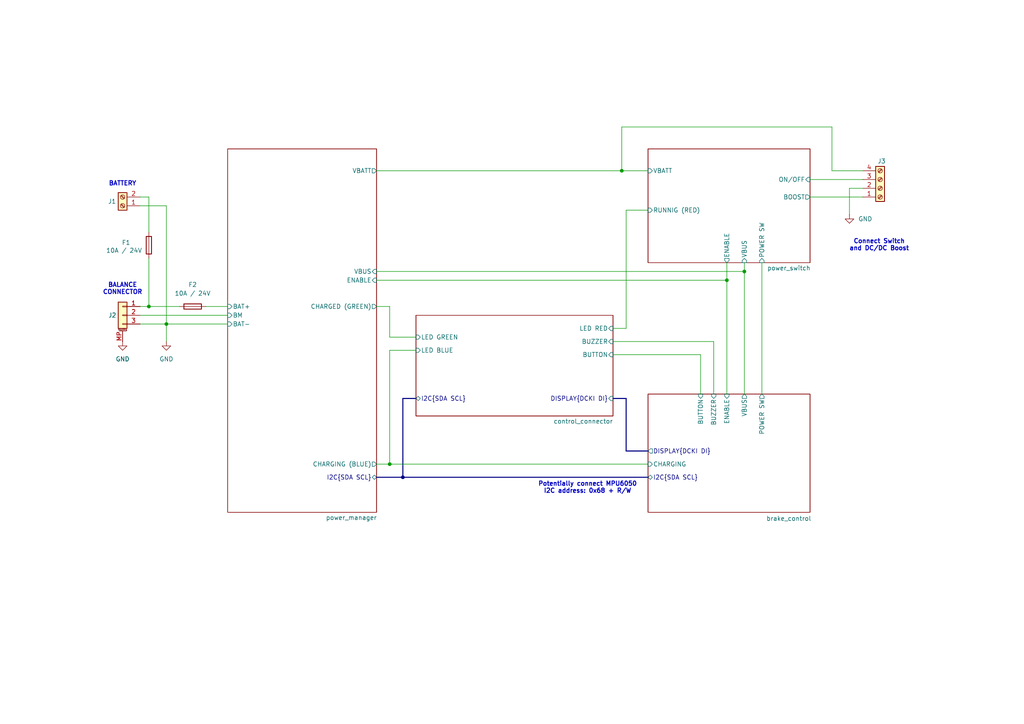
<source format=kicad_sch>
(kicad_sch (version 20250114) (generator "eeschema") (generator_version "9.99")
  (paper "A4")
  (title_block (title "Remote Brake Main Board") (date "2025-02-23") (rev "2.0") (company "Pacner Bros Tech"))
  (lib_symbols
    (symbol "Connector:Screw_Terminal_01x02" (pin_names (offset 1.016) (hide yes))
      (property "Reference" "J" (at 0 2.54 0))
      (property "Value" "Screw_Terminal_01x02" (at 0 -5.08 0))
      (symbol "Screw_Terminal_01x02_1_1"
        (rectangle (start -1.27 1.27) (end 1.27 -3.81) (stroke (width 0.254)) (fill (type background)))
        (polyline (pts (xy -0.5334 0.3302) (xy 0.3302 -0.508)) (stroke (width 0.1524)))
        (polyline (pts (xy -0.5334 -2.2098) (xy 0.3302 -3.048)) (stroke (width 0.1524)))
        (polyline (pts (xy -0.3556 0.508) (xy 0.508 -0.3302)) (stroke (width 0.1524)))
        (polyline (pts (xy -0.3556 -2.032) (xy 0.508 -2.8702)) (stroke (width 0.1524)))
        (circle (center 0 0) (radius 0.635) (stroke (width 0.1524)))
        (circle (center 0 -2.54) (radius 0.635) (stroke (width 0.1524)))
        (pin passive line (at -5.08 0 0) (length 3.81) (name "Pin_1") (number "1"))
        (pin passive line (at -5.08 -2.54 0) (length 3.81) (name "Pin_2") (number "2"))
      )
    )
    (symbol "Connector:Screw_Terminal_01x04" (pin_names (offset 1.016) (hide yes))
      (property "Reference" "J" (at 0 5.08 0))
      (property "Value" "Screw_Terminal_01x04" (at 0 -7.62 0))
      (symbol "Screw_Terminal_01x04_1_1"
        (rectangle (start -1.27 3.81) (end 1.27 -6.35) (stroke (width 0.254)) (fill (type background)))
        (polyline (pts (xy -0.5334 2.8702) (xy 0.3302 2.032)) (stroke (width 0.1524)))
        (polyline (pts (xy -0.5334 0.3302) (xy 0.3302 -0.508)) (stroke (width 0.1524)))
        (polyline (pts (xy -0.5334 -2.2098) (xy 0.3302 -3.048)) (stroke (width 0.1524)))
        (polyline (pts (xy -0.5334 -4.7498) (xy 0.3302 -5.588)) (stroke (width 0.1524)))
        (polyline (pts (xy -0.3556 3.048) (xy 0.508 2.2098)) (stroke (width 0.1524)))
        (polyline (pts (xy -0.3556 0.508) (xy 0.508 -0.3302)) (stroke (width 0.1524)))
        (polyline (pts (xy -0.3556 -2.032) (xy 0.508 -2.8702)) (stroke (width 0.1524)))
        (polyline (pts (xy -0.3556 -4.572) (xy 0.508 -5.4102)) (stroke (width 0.1524)))
        (circle (center 0 2.54) (radius 0.635) (stroke (width 0.1524)))
        (circle (center 0 0) (radius 0.635) (stroke (width 0.1524)))
        (circle (center 0 -2.54) (radius 0.635) (stroke (width 0.1524)))
        (circle (center 0 -5.08) (radius 0.635) (stroke (width 0.1524)))
        (pin passive line (at -5.08 2.54 0) (length 3.81) (name "Pin_1") (number "1"))
        (pin passive line (at -5.08 0 0) (length 3.81) (name "Pin_2") (number "2"))
        (pin passive line (at -5.08 -2.54 0) (length 3.81) (name "Pin_3") (number "3"))
        (pin passive line (at -5.08 -5.08 0) (length 3.81) (name "Pin_4") (number "4"))
      )
    )
    (symbol "Connector_Generic_MountingPin:Conn_01x03_MountingPin" (pin_names (offset 1.016) (hide yes))
      (property "Reference" "J" (at 0 5.08 0))
      (property "Value" "Conn_01x03_MountingPin" (at 1.27 -5.08 0))
      (symbol "Conn_01x03_MountingPin_1_1"
        (rectangle (start -1.27 3.81) (end 1.27 -3.81) (stroke (width 0.254)) (fill (type background)))
        (rectangle (start -1.27 2.667) (end 0 2.413) (stroke (width 0.1524)))
        (rectangle (start -1.27 0.127) (end 0 -0.127) (stroke (width 0.1524)))
        (rectangle (start -1.27 -2.413) (end 0 -2.667) (stroke (width 0.1524)))
        (polyline (pts (xy -1.016 -4.572) (xy 1.016 -4.572)) (stroke (width 0.1524)))
        (text "Mounting" (at 0 -4.191 0) (effects (font (size 0.381 0.381))))
        (pin passive line (at -5.08 2.54 0) (length 3.81) (name "Pin_1") (number "1"))
        (pin passive line (at -5.08 0 0) (length 3.81) (name "Pin_2") (number "2"))
        (pin passive line (at -5.08 -2.54 0) (length 3.81) (name "Pin_3") (number "3"))
        (pin passive line (at 0 -7.62 90) (length 3.048) (name "MountPin") (number "MP"))
      )
    )
    (symbol "Device:Fuse" (pin_numbers (hide yes)) (pin_names (offset 0))
      (property "Reference" "F" (at 2.032 0 90))
      (property "Value" "Fuse" (at -1.905 0 90))
      (symbol "Fuse_0_1"
        (rectangle (start -0.762 -2.54) (end 0.762 2.54) (stroke (width 0.254)))
        (polyline (pts (xy 0 2.54) (xy 0 -2.54)))
      )
      (symbol "Fuse_1_1"
        (pin passive line (at 0 3.81 270) (length 1.27) (name "~") (number "1"))
        (pin passive line (at 0 -3.81 90) (length 1.27) (name "~") (number "2"))
      )
    )
    (symbol "power:GND" (power) (pin_numbers (hide yes)) (pin_names (offset 0) (hide yes))
      (property "Value" "GND" (at 0 -3.81 0))
      (symbol "GND_0_1"
        (polyline (pts (xy 0 0) (xy 0 -1.27) (xy 1.27 -1.27) (xy 0 -2.54) (xy -1.27 -1.27) (xy 0 -1.27)))
      )
      (symbol "GND_1_1"
        (pin power_in line (at 0 0 270) (length 0) (name "~") (number "1"))
      )
    )
  )
  (bus_alias "I2C" (members "SDA" "SCL"))
  (text "Potentially connect MPU6050\nI2C address: 0x68 + R/W" (at 170.434 141.478 0) (effects (font (size 1.27 1.27) (thickness 0.254) (bold yes))))
  (text "BATTERY" (at 35.56 53.34 0) (effects (font (size 1.27 1.27) (thickness 0.254) (bold yes))))
  (text "BALANCE\nCONNECTOR" (at 35.56 83.82 0) (effects (font (size 1.27 1.27) (thickness 0.254) (bold yes))))
  (text "Connect Switch\nand DC/DC Boost" (at 255.016 71.12 0) (effects (font (size 1.27 1.27) (thickness 0.254) (bold yes))))
  (junction (at 116.84 138.43))
  (junction (at 180.34 49.53))
  (junction (at 215.9 78.74))
  (junction (at 210.82 81.28))
  (junction (at 43.18 88.9))
  (junction (at 48.26 93.98))
  (junction (at 113.03 134.62))
  (wire (pts (xy 234.95 52.07) (xy 250.19 52.07)))
  (wire (pts (xy 113.03 134.62) (xy 187.96 134.62)))
  (wire (pts (xy 177.8 102.87) (xy 203.2 102.87)))
  (wire (pts (xy 246.38 54.61) (xy 250.19 54.61)))
  (wire (pts (xy 215.9 76.2) (xy 215.9 78.74)))
  (wire (pts (xy 43.18 88.9) (xy 52.07 88.9)))
  (wire (pts (xy 203.2 102.87) (xy 203.2 114.3)))
  (wire (pts (xy 246.38 62.23) (xy 246.38 54.61)))
  (wire (pts (xy 40.64 88.9) (xy 43.18 88.9)))
  (wire (pts (xy 40.64 93.98) (xy 48.26 93.98)))
  (wire (pts (xy 241.3 49.53) (xy 241.3 36.83)))
  (wire (pts (xy 48.26 59.69) (xy 48.26 93.98)))
  (bus (pts (xy 120.65 115.57) (xy 116.84 115.57)))
  (bus (pts (xy 187.96 130.81) (xy 181.61 130.81)))
  (wire (pts (xy 113.03 101.6) (xy 113.03 134.62)))
  (wire (pts (xy 59.69 88.9) (xy 66.04 88.9)))
  (bus (pts (xy 116.84 115.57) (xy 116.84 138.43)))
  (bus (pts (xy 181.61 130.81) (xy 181.61 115.57)))
  (bus (pts (xy 109.22 138.43) (xy 116.84 138.43)))
  (wire (pts (xy 40.64 57.15) (xy 43.18 57.15)))
  (wire (pts (xy 109.22 49.53) (xy 180.34 49.53)))
  (wire (pts (xy 177.8 95.25) (xy 181.61 95.25)))
  (wire (pts (xy 220.98 76.2) (xy 220.98 114.3)))
  (bus (pts (xy 116.84 138.43) (xy 187.96 138.43)))
  (wire (pts (xy 113.03 97.79) (xy 113.03 88.9)))
  (wire (pts (xy 181.61 60.96) (xy 187.96 60.96)))
  (wire (pts (xy 181.61 95.25) (xy 181.61 60.96)))
  (wire (pts (xy 180.34 49.53) (xy 187.96 49.53)))
  (wire (pts (xy 215.9 78.74) (xy 215.9 114.3)))
  (wire (pts (xy 210.82 81.28) (xy 210.82 114.3)))
  (wire (pts (xy 43.18 88.9) (xy 43.18 74.93)))
  (wire (pts (xy 48.26 93.98) (xy 66.04 93.98)))
  (wire (pts (xy 250.19 49.53) (xy 241.3 49.53)))
  (wire (pts (xy 109.22 81.28) (xy 210.82 81.28)))
  (wire (pts (xy 40.64 59.69) (xy 48.26 59.69)))
  (wire (pts (xy 177.8 99.06) (xy 207.01 99.06)))
  (wire (pts (xy 234.95 57.15) (xy 250.19 57.15)))
  (bus (pts (xy 181.61 115.57) (xy 177.8 115.57)))
  (wire (pts (xy 241.3 36.83) (xy 180.34 36.83)))
  (wire (pts (xy 113.03 97.79) (xy 120.65 97.79)))
  (wire (pts (xy 109.22 78.74) (xy 215.9 78.74)))
  (wire (pts (xy 43.18 67.31) (xy 43.18 57.15)))
  (wire (pts (xy 210.82 76.2) (xy 210.82 81.28)))
  (wire (pts (xy 48.26 93.98) (xy 48.26 99.06)))
  (wire (pts (xy 180.34 36.83) (xy 180.34 49.53)))
  (wire (pts (xy 207.01 99.06) (xy 207.01 114.3)))
  (wire (pts (xy 109.22 134.62) (xy 113.03 134.62)))
  (wire (pts (xy 120.65 101.6) (xy 113.03 101.6)))
  (wire (pts (xy 40.64 91.44) (xy 66.04 91.44)))
  (wire (pts (xy 113.03 88.9) (xy 109.22 88.9)))
  (symbol (lib_id "power:GND") (at 48.26 99.06 0) (unit 1)
    (property "Reference" "#PWR02" (hide yes))
    (property "Value" "GND" (at 48.26 104.14 0))
    (property "Description" "Power symbol creates a global label with name \"GND\" , ground" (hide yes))
  )
  (symbol (lib_id "Device:Fuse") (at 55.88 88.9 270) (unit 1)
    (property "Reference" "F2" (at 55.88 82.55 90))
    (property "Value" "10A / 24V" (at 55.88 85.09 90))
    (property "Footprint" "Fuse:Fuse_1206_3216Metric_Pad1.42x1.75mm_HandSolder" (hide yes))
    (property "Description" "MP005472" (hide yes))
    (property "Purchase" "https://cz.farnell.com/multicomp-pro/mp005472/fuse-fast-acting-10a-24vdc-1206/dp/3564732" (hide yes))
  )
  (symbol (lib_id "Connector:Screw_Terminal_01x02") (at 35.56 59.69 180) (unit 1)
    (property "Reference" "J1" (at 32.512 58.42 0))
    (property "Value" "Screw_Terminal_01x02" (hide yes))
    (property "Footprint" "TerminalBlock_Phoenix:TerminalBlock_Phoenix_MKDS-1,5-2_1x02_P5.00mm_Horizontal" (hide yes))
    (property "Description" "Generic screw terminal, single row, 01x02, script generated (kicad-library-utils/schlib/autogen/connector/)" (hide yes))
  )
  (symbol (lib_id "Connector_Generic_MountingPin:Conn_01x03_MountingPin") (at 35.56 91.44 0) (mirror y) (unit 1)
    (property "Reference" "J2" (at 33.782 91.44 0) (effects (justify left)))
    (property "Value" "Conn_01x03_MountingPin" (hide yes))
    (property "Footprint" "Connector_JST:JST_XH_S3B-XH-SM4-TB_1x03-1MP_P2.50mm_Horizontal" (hide yes))
    (property "Description" "Generic connectable mounting pin connector, single row, 01x03, script generated (kicad-library-utils/schlib/autogen/connector/)" (hide yes))
  )
  (symbol (lib_id "Device:Fuse") (at 43.18 71.12 180) (unit 1)
    (property "Reference" "F1" (at 35.306 70.358 0) (effects (justify right)))
    (property "Value" "10A / 24V" (at 30.734 72.644 0) (effects (justify right)))
    (property "Footprint" "Fuse:Fuse_1206_3216Metric_Pad1.42x1.75mm_HandSolder" (hide yes))
    (property "Description" "MP005472" (hide yes))
    (property "Purchase" "https://cz.farnell.com/multicomp-pro/mp005472/fuse-fast-acting-10a-24vdc-1206/dp/3564732" (hide yes))
  )
  (symbol (lib_id "power:GND") (at 246.38 62.23 0) (unit 1)
    (property "Reference" "#PWR03" (hide yes))
    (property "Value" "GND" (at 248.92 63.4999 0) (effects (justify left)))
    (property "Description" "Power symbol creates a global label with name \"GND\" , ground" (hide yes))
  )
  (symbol (lib_id "power:GND") (at 35.56 99.06 0) (unit 1)
    (property "Reference" "#PWR01" (hide yes))
    (property "Value" "GND" (at 35.56 104.14 0))
    (property "Description" "Power symbol creates a global label with name \"GND\" , ground" (hide yes))
  )
  (symbol (lib_id "Connector:Screw_Terminal_01x04") (at 255.27 54.61 0) (mirror x) (unit 1)
    (property "Reference" "J3" (at 254.508 46.736 0) (effects (justify left)))
    (property "Value" "Screw_Terminal_01x04" (hide yes))
    (property "Footprint" "TerminalBlock_Phoenix:TerminalBlock_Phoenix_MPT-0,5-4-2.54_1x04_P2.54mm_Horizontal" (hide yes))
    (property "Description" "Generic screw terminal, single row, 01x04, script generated (kicad-library-utils/schlib/autogen/connector/)" (hide yes))
  )
  (sheet (at 187.96 43.18) (size 46.99 33.02) (stroke (width 0.1524))
    (property "Sheetname" "power_switch" (at 222.504 78.486 0) (effects (justify left bottom)))
    (property "Sheetfile" "power_switch.kicad_sch" (hide yes))
    (pin "VBATT" input (at 187.96 49.53 180))
    (pin "VBUS" input (at 215.9 76.2 270))
    (pin "RUNNIG (RED)" input (at 187.96 60.96 180))
    (pin "ON{slash}OFF" input (at 234.95 52.07 0))
    (pin "ENABLE" output (at 210.82 76.2 270))
    (pin "POWER SW" input (at 220.98 76.2 270))
    (pin "BOOST" output (at 234.95 57.15 0))
  )
  (sheet (at 187.96 114.3) (size 46.99 34.29) (stroke (width 0.1524))
    (property "Sheetname" "brake_control" (at 222.25 151.13 0) (effects (justify left bottom)))
    (property "Sheetfile" "brake_control.kicad_sch" (hide yes))
    (pin "VBUS" output (at 215.9 114.3 90))
    (pin "BUTTON" input (at 203.2 114.3 90))
    (pin "CHARGING" input (at 187.96 134.62 180))
    (pin "BUZZER" input (at 207.01 114.3 90))
    (pin "I2C{SDA SCL}" bidirectional (at 187.96 138.43 180))
    (pin "DISPLAY{DCKI DI}" output (at 187.96 130.81 180))
    (pin "POWER SW" output (at 220.98 114.3 90))
    (pin "ENABLE" input (at 210.82 114.3 90))
  )
  (sheet (at 66.04 43.18) (size 43.18 105.41) (stroke (width 0.1524))
    (property "Sheetname" "power_manager" (at 94.488 150.876 0) (effects (justify left bottom)))
    (property "Sheetfile" "power_manager.kicad_sch" (hide yes))
    (pin "VBATT" output (at 109.22 49.53 0))
    (pin "VBUS" input (at 109.22 78.74 0))
    (pin "CHARGING (BLUE)" output (at 109.22 134.62 0))
    (pin "CHARGED (GREEN)" output (at 109.22 88.9 0))
    (pin "I2C{SDA SCL}" bidirectional (at 109.22 138.43 0))
    (pin "ENABLE" input (at 109.22 81.28 0))
    (pin "BAT+" input (at 66.04 88.9 180))
    (pin "BM" input (at 66.04 91.44 180))
    (pin "BAT-" input (at 66.04 93.98 180))
  )
  (sheet (at 120.65 91.44) (size 57.15 29.21) (stroke (width 0.1524))
    (property "Sheetname" "control_connector" (at 160.528 122.936 0) (effects (justify left bottom)))
    (property "Sheetfile" "control_connector.kicad_sch" (hide yes))
    (pin "LED GREEN" input (at 120.65 97.79 180))
    (pin "LED RED" input (at 177.8 95.25 0))
    (pin "LED BLUE" input (at 120.65 101.6 180))
    (pin "I2C{SDA SCL}" bidirectional (at 120.65 115.57 180))
    (pin "DISPLAY{DCKI DI}" input (at 177.8 115.57 0))
    (pin "BUTTON" input (at 177.8 102.87 0))
    (pin "BUZZER" input (at 177.8 99.06 0))
  )
)
</source>
